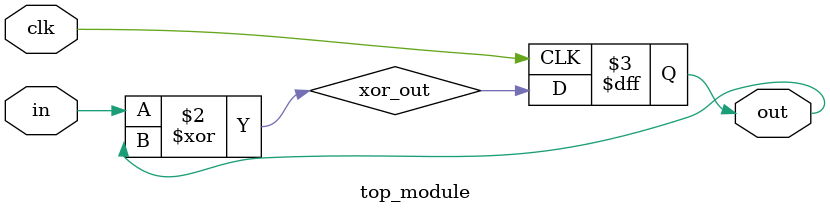
<source format=sv>
module top_module (
    input clk,
    input in,
    output logic out
);

    logic xor_out;  // Intermediate signal for XOR output

    // Always block for the D flip-flop
    always_ff @(posedge clk) begin
        out <= xor_out;
    end

    // Assign XOR output
    assign xor_out = in ^ out;

endmodule

</source>
